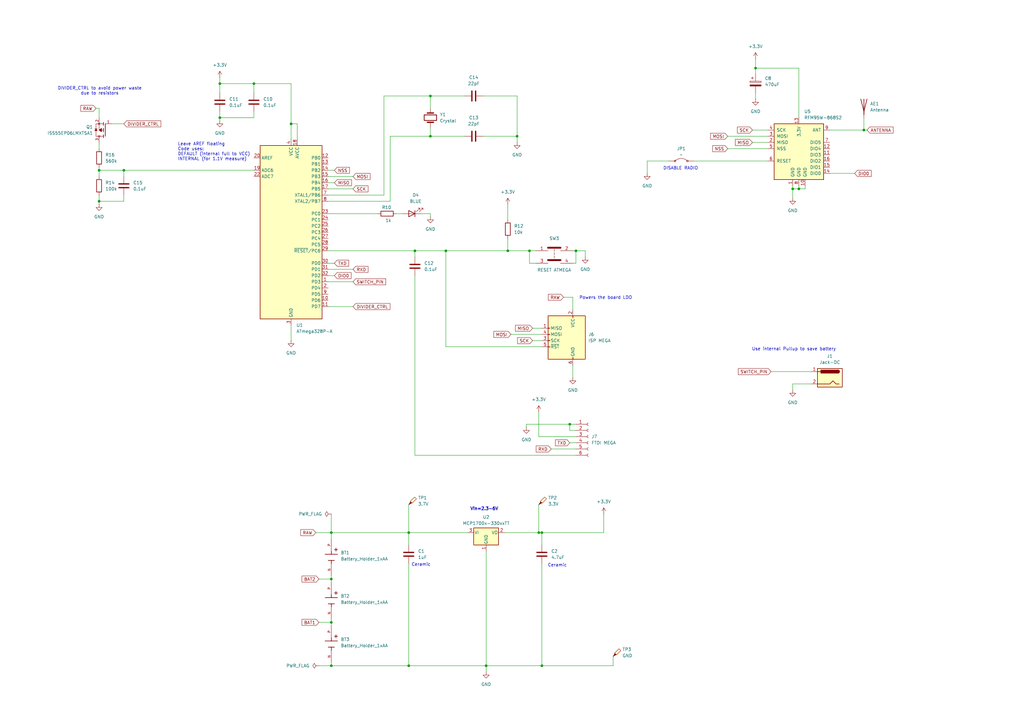
<source format=kicad_sch>
(kicad_sch (version 20250114) (generator "eeschema") (generator_version "9.0")
  (paper "A3")
  (lib_symbols
    (symbol "Connector:AVR-ISP-6" (pin_names (offset 1.016))
      (property "Reference" "J" (at -6.35 11.43 0))
      (property "Value" "AVR-ISP-6" (at 0 11.43 0))
      (symbol "AVR-ISP-6_0_1"
        (rectangle (start -2.667 10.16) (end -2.413 9.398))
        (rectangle (start -2.667 -6.858) (end -2.413 -7.62))
        (rectangle (start 7.62 10.16) (end -7.62 -7.62) (stroke (width 0.254)) (fill (type background)))
        (rectangle (start 7.62 5.207) (end 6.858 4.953))
        (rectangle (start 7.62 2.667) (end 6.858 2.413))
        (rectangle (start 7.62 0.127) (end 6.858 -0.127))
        (rectangle (start 7.62 -2.413) (end 6.858 -2.667))
      )
      (symbol "AVR-ISP-6_1_1"
        (pin passive line (at -2.54 12.7 270) (length 2.54) (name "VCC") (number "2"))
        (pin passive line (at -2.54 -10.16 90) (length 2.54) (name "GND") (number "6"))
        (pin passive line (at 10.16 5.08 180) (length 2.54) (name "MISO") (number "1"))
        (pin passive line (at 10.16 2.54 180) (length 2.54) (name "MOSI") (number "4"))
        (pin passive line (at 10.16 0 180) (length 2.54) (name "SCK") (number "3"))
        (pin passive line (at 10.16 -2.54 180) (length 2.54) (name "~{RST}") (number "5"))
      )
    )
    (symbol "Connector:Conn_01x06_Socket" (pin_names (offset 1.016) (hide yes))
      (property "Reference" "J" (at 0 7.62 0))
      (property "Value" "Conn_01x06_Socket" (at 0 -10.16 0))
      (symbol "Conn_01x06_Socket_1_1"
        (polyline (pts (xy -1.27 5.08) (xy -0.508 5.08)) (stroke (width 0.1524)))
        (polyline (pts (xy -1.27 2.54) (xy -0.508 2.54)) (stroke (width 0.1524)))
        (polyline (pts (xy -1.27 0) (xy -0.508 0)) (stroke (width 0.1524)))
        (polyline (pts (xy -1.27 -2.54) (xy -0.508 -2.54)) (stroke (width 0.1524)))
        (polyline (pts (xy -1.27 -5.08) (xy -0.508 -5.08)) (stroke (width 0.1524)))
        (polyline (pts (xy -1.27 -7.62) (xy -0.508 -7.62)) (stroke (width 0.1524)))
        (arc (start 0 4.572) (mid -0.5058 5.08) (end 0 5.588) (stroke (width 0.1524)))
        (arc (start 0 2.032) (mid -0.5058 2.54) (end 0 3.048) (stroke (width 0.1524)))
        (arc (start 0 -0.508) (mid -0.5058 0) (end 0 0.508) (stroke (width 0.1524)))
        (arc (start 0 -3.048) (mid -0.5058 -2.54) (end 0 -2.032) (stroke (width 0.1524)))
        (arc (start 0 -5.588) (mid -0.5058 -5.08) (end 0 -4.572) (stroke (width 0.1524)))
        (arc (start 0 -8.128) (mid -0.5058 -7.62) (end 0 -7.112) (stroke (width 0.1524)))
        (pin passive line (at -5.08 5.08 0) (length 3.81) (name "Pin_1") (number "1"))
        (pin passive line (at -5.08 2.54 0) (length 3.81) (name "Pin_2") (number "2"))
        (pin passive line (at -5.08 0 0) (length 3.81) (name "Pin_3") (number "3"))
        (pin passive line (at -5.08 -2.54 0) (length 3.81) (name "Pin_4") (number "4"))
        (pin passive line (at -5.08 -5.08 0) (length 3.81) (name "Pin_5") (number "5"))
        (pin passive line (at -5.08 -7.62 0) (length 3.81) (name "Pin_6") (number "6"))
      )
    )
    (symbol "Connector:Jack-DC" (pin_names (offset 1.016))
      (property "Reference" "J" (at 0 5.334 0))
      (property "Value" "Jack-DC" (at 0 -5.08 0))
      (symbol "Jack-DC_0_1"
        (rectangle (start -5.08 3.81) (end 5.08 -3.81) (stroke (width 0.254)) (fill (type background)))
        (polyline (pts (xy -3.81 -2.54) (xy -2.54 -2.54) (xy -1.27 -1.27) (xy 0 -2.54) (xy 2.54 -2.54) (xy 5.08 -2.54)) (stroke (width 0.254)))
        (arc (start -3.302 1.905) (mid -3.9343 2.54) (end -3.302 3.175) (stroke (width 0.254)))
        (arc (start -3.302 1.905) (mid -3.9343 2.54) (end -3.302 3.175) (stroke (width 0.254)) (fill (type outline)))
        (rectangle (start 3.683 3.175) (end -3.302 1.905) (stroke (width 0.254)) (fill (type outline)))
        (polyline (pts (xy 5.08 2.54) (xy 3.81 2.54)) (stroke (width 0.254)))
      )
      (symbol "Jack-DC_1_1"
        (pin passive line (at 7.62 2.54 180) (length 2.54) (name "~") (number "1"))
        (pin passive line (at 7.62 -2.54 180) (length 2.54) (name "~") (number "2"))
      )
    )
    (symbol "Connector:TestPoint_Probe" (pin_numbers (hide yes)) (pin_names (offset 0.762) (hide yes))
      (property "Reference" "TP" (at 1.651 5.842 0))
      (property "Value" "TestPoint_Probe" (at 1.651 4.064 0))
      (symbol "TestPoint_Probe_0_1"
        (polyline (pts (xy 1.27 0.762) (xy 0 0) (xy 0.762 1.27) (xy 1.27 0.762)) (fill (type outline)))
        (polyline (pts (xy 1.397 0.635) (xy 0.635 1.397) (xy 2.413 3.175) (xy 3.175 2.413) (xy 1.397 0.635)) (fill (type background)))
      )
      (symbol "TestPoint_Probe_1_1"
        (pin passive line (at 0 0 90) (length 0) (name "1") (number "1"))
      )
    )
    (symbol "Device:Antenna" (pin_numbers (hide yes)) (pin_names (offset 1.016) (hide yes))
      (property "Reference" "AE" (at -1.905 1.905 0))
      (property "Value" "Antenna" (at -1.905 0 0))
      (symbol "Antenna_0_1"
        (polyline (pts (xy 0 2.54) (xy 0 -3.81)) (stroke (width 0.254)))
        (polyline (pts (xy 1.27 2.54) (xy 0 -2.54) (xy -1.27 2.54)) (stroke (width 0.254)))
      )
      (symbol "Antenna_1_1"
        (pin input line (at 0 -5.08 90) (length 2.54) (name "A") (number "1"))
      )
    )
    (symbol "Device:C" (pin_numbers (hide yes)) (pin_names (offset 0.254))
      (property "Reference" "C" (at 0.635 2.54 0))
      (property "Value" "C" (at 0.635 -2.54 0))
      (symbol "C_0_1"
        (polyline (pts (xy -2.032 0.762) (xy 2.032 0.762)) (stroke (width 0.508)))
        (polyline (pts (xy -2.032 -0.762) (xy 2.032 -0.762)) (stroke (width 0.508)))
      )
      (symbol "C_1_1"
        (pin passive line (at 0 3.81 270) (length 2.794) (name "~") (number "1"))
        (pin passive line (at 0 -3.81 90) (length 2.794) (name "~") (number "2"))
      )
    )
    (symbol "Device:C_Polarized" (pin_numbers (hide yes)) (pin_names (offset 0.254))
      (property "Reference" "C" (at 0.635 2.54 0))
      (property "Value" "C_Polarized" (at 0.635 -2.54 0))
      (symbol "C_Polarized_0_1"
        (rectangle (start -2.286 0.508) (end 2.286 1.016))
        (polyline (pts (xy -1.778 2.286) (xy -0.762 2.286)))
        (polyline (pts (xy -1.27 2.794) (xy -1.27 1.778)))
        (rectangle (start 2.286 -0.508) (end -2.286 -1.016) (fill (type outline)))
      )
      (symbol "C_Polarized_1_1"
        (pin passive line (at 0 3.81 270) (length 2.794) (name "~") (number "1"))
        (pin passive line (at 0 -3.81 90) (length 2.794) (name "~") (number "2"))
      )
    )
    (symbol "Device:Crystal" (pin_numbers (hide yes)) (pin_names (offset 1.016) (hide yes))
      (property "Reference" "Y" (at 0 3.81 0))
      (property "Value" "Crystal" (at 0 -3.81 0))
      (symbol "Crystal_0_1"
        (polyline (pts (xy -2.54 0) (xy -1.905 0)))
        (polyline (pts (xy -1.905 -1.27) (xy -1.905 1.27)) (stroke (width 0.508)))
        (rectangle (start -1.143 2.54) (end 1.143 -2.54) (stroke (width 0.3048)))
        (polyline (pts (xy 1.905 -1.27) (xy 1.905 1.27)) (stroke (width 0.508)))
        (polyline (pts (xy 2.54 0) (xy 1.905 0)))
      )
      (symbol "Crystal_1_1"
        (pin passive line (at -3.81 0 0) (length 1.27) (name "1") (number "1"))
        (pin passive line (at 3.81 0 180) (length 1.27) (name "2") (number "2"))
      )
    )
    (symbol "Device:LED" (pin_numbers (hide yes)) (pin_names (offset 1.016) (hide yes))
      (property "Reference" "D" (at 0 2.54 0))
      (property "Value" "LED" (at 0 -2.54 0))
      (symbol "LED_0_1"
        (polyline (pts (xy -3.048 -0.762) (xy -4.572 -2.286) (xy -3.81 -2.286) (xy -4.572 -2.286) (xy -4.572 -1.524)))
        (polyline (pts (xy -1.778 -0.762) (xy -3.302 -2.286) (xy -2.54 -2.286) (xy -3.302 -2.286) (xy -3.302 -1.524)))
        (polyline (pts (xy -1.27 0) (xy 1.27 0)))
        (polyline (pts (xy -1.27 -1.27) (xy -1.27 1.27)) (stroke (width 0.254)))
        (polyline (pts (xy 1.27 -1.27) (xy 1.27 1.27) (xy -1.27 0) (xy 1.27 -1.27)) (stroke (width 0.254)))
      )
      (symbol "LED_1_1"
        (pin passive line (at -3.81 0 0) (length 2.54) (name "K") (number "1"))
        (pin passive line (at 3.81 0 180) (length 2.54) (name "A") (number "2"))
      )
    )
    (symbol "Device:R" (pin_numbers (hide yes)) (pin_names (offset 0))
      (property "Reference" "R" (at 2.032 0 90))
      (property "Value" "R" (at 0 0 90))
      (symbol "R_0_1"
        (rectangle (start -1.016 -2.54) (end 1.016 2.54) (stroke (width 0.254)))
      )
      (symbol "R_1_1"
        (pin passive line (at 0 3.81 270) (length 1.27) (name "~") (number "1"))
        (pin passive line (at 0 -3.81 90) (length 1.27) (name "~") (number "2"))
      )
    )
    (symbol "MCU_Microchip_ATmega:ATmega328P-A"
      (property "Reference" "U" (at -12.7 36.83 0))
      (property "Value" "ATmega328P-A" (at 2.54 -36.83 0))
      (symbol "ATmega328P-A_0_1"
        (rectangle (start -12.7 -35.56) (end 12.7 35.56) (stroke (width 0.254)) (fill (type background)))
      )
      (symbol "ATmega328P-A_1_1"
        (pin passive line (at -15.24 30.48 0) (length 2.54) (name "AREF") (number "20"))
        (pin input line (at -15.24 25.4 0) (length 2.54) (name "ADC6") (number "19"))
        (pin input line (at -15.24 22.86 0) (length 2.54) (name "ADC7") (number "22"))
        (pin power_in line (at 0 38.1 270) (length 2.54) (name "VCC") (number "4"))
        (pin passive line (at 0 38.1 270) (length 2.54) (hide yes) (name "VCC") (number "6"))
        (pin passive line (at 0 -38.1 90) (length 2.54) (hide yes) (name "GND") (number "21"))
        (pin power_in line (at 0 -38.1 90) (length 2.54) (name "GND") (number "3"))
        (pin passive line (at 0 -38.1 90) (length 2.54) (hide yes) (name "GND") (number "5"))
        (pin power_in line (at 2.54 38.1 270) (length 2.54) (name "AVCC") (number "18"))
        (pin bidirectional line (at 15.24 30.48 180) (length 2.54) (name "PB0") (number "12"))
        (pin bidirectional line (at 15.24 27.94 180) (length 2.54) (name "PB1") (number "13"))
        (pin bidirectional line (at 15.24 25.4 180) (length 2.54) (name "PB2") (number "14"))
        (pin bidirectional line (at 15.24 22.86 180) (length 2.54) (name "PB3") (number "15"))
        (pin bidirectional line (at 15.24 20.32 180) (length 2.54) (name "PB4") (number "16"))
        (pin bidirectional line (at 15.24 17.78 180) (length 2.54) (name "PB5") (number "17"))
        (pin bidirectional line (at 15.24 15.24 180) (length 2.54) (name "XTAL1/PB6") (number "7"))
        (pin bidirectional line (at 15.24 12.7 180) (length 2.54) (name "XTAL2/PB7") (number "8"))
        (pin bidirectional line (at 15.24 7.62 180) (length 2.54) (name "PC0") (number "23"))
        (pin bidirectional line (at 15.24 5.08 180) (length 2.54) (name "PC1") (number "24"))
        (pin bidirectional line (at 15.24 2.54 180) (length 2.54) (name "PC2") (number "25"))
        (pin bidirectional line (at 15.24 0 180) (length 2.54) (name "PC3") (number "26"))
        (pin bidirectional line (at 15.24 -2.54 180) (length 2.54) (name "PC4") (number "27"))
        (pin bidirectional line (at 15.24 -5.08 180) (length 2.54) (name "PC5") (number "28"))
        (pin bidirectional line (at 15.24 -7.62 180) (length 2.54) (name "~{RESET}/PC6") (number "29"))
        (pin bidirectional line (at 15.24 -12.7 180) (length 2.54) (name "PD0") (number "30"))
        (pin bidirectional line (at 15.24 -15.24 180) (length 2.54) (name "PD1") (number "31"))
        (pin bidirectional line (at 15.24 -17.78 180) (length 2.54) (name "PD2") (number "32"))
        (pin bidirectional line (at 15.24 -20.32 180) (length 2.54) (name "PD3") (number "1"))
        (pin bidirectional line (at 15.24 -22.86 180) (length 2.54) (name "PD4") (number "2"))
        (pin bidirectional line (at 15.24 -25.4 180) (length 2.54) (name "PD5") (number "9"))
        (pin bidirectional line (at 15.24 -27.94 180) (length 2.54) (name "PD6") (number "10"))
        (pin bidirectional line (at 15.24 -30.48 180) (length 2.54) (name "PD7") (number "11"))
      )
    )
    (symbol "RF_Module:RFM95W-868S2" (pin_names (offset 1.016))
      (property "Reference" "U" (at -10.414 11.684 0))
      (property "Value" "RFM95W-868S2" (at 1.524 11.43 0))
      (symbol "RFM95W-868S2_0_1"
        (rectangle (start -10.16 10.16) (end 10.16 -12.7) (stroke (width 0.254)) (fill (type background)))
      )
      (symbol "RFM95W-868S2_1_1"
        (pin input line (at -12.7 7.62 0) (length 2.54) (name "SCK") (number "4"))
        (pin input line (at -12.7 5.08 0) (length 2.54) (name "MOSI") (number "3"))
        (pin output line (at -12.7 2.54 0) (length 2.54) (name "MISO") (number "2"))
        (pin input line (at -12.7 0 0) (length 2.54) (name "NSS") (number "5"))
        (pin bidirectional line (at -12.7 -5.08 0) (length 2.54) (name "RESET") (number "6"))
        (pin power_in line (at -2.54 -15.24 90) (length 2.54) (name "GND") (number "1"))
        (pin power_in line (at 0 12.7 270) (length 2.54) (name "3.3V") (number "13"))
        (pin power_in line (at 0 -15.24 90) (length 2.54) (name "GND") (number "8"))
        (pin power_in line (at 2.54 -15.24 90) (length 2.54) (name "GND") (number "10"))
        (pin bidirectional line (at 12.7 7.62 180) (length 2.54) (name "ANT") (number "9"))
        (pin bidirectional line (at 12.7 2.54 180) (length 2.54) (name "DIO5") (number "7"))
        (pin bidirectional line (at 12.7 0 180) (length 2.54) (name "DIO4") (number "12"))
        (pin bidirectional line (at 12.7 -2.54 180) (length 2.54) (name "DIO3") (number "11"))
        (pin bidirectional line (at 12.7 -5.08 180) (length 2.54) (name "DIO2") (number "16"))
        (pin bidirectional line (at 12.7 -7.62 180) (length 2.54) (name "DIO1") (number "15"))
        (pin bidirectional line (at 12.7 -10.16 180) (length 2.54) (name "DIO0") (number "14"))
      )
    )
    (symbol "Regulator_Linear:MCP1700x-330xxTT" (pin_names (offset 0.254))
      (property "Reference" "U" (at -3.81 3.175 0))
      (property "Value" "MCP1700x-330xxTT" (at 0 3.175 0))
      (symbol "MCP1700x-330xxTT_0_1"
        (rectangle (start -5.08 1.905) (end 5.08 -5.08) (stroke (width 0.254)) (fill (type background)))
      )
      (symbol "MCP1700x-330xxTT_1_1"
        (pin power_in line (at -7.62 0 0) (length 2.54) (name "VI") (number "3"))
        (pin power_in line (at 0 -7.62 90) (length 2.54) (name "GND") (number "1"))
        (pin power_out line (at 7.62 0 180) (length 2.54) (name "VO") (number "2"))
      )
    )
    (symbol "boan_devices:Battery_Holder_1xAA" (pin_names (offset 1.016))
      (property "Reference" "BT" (at -3.81 3.81 0))
      (property "Value" "Battery_Holder_1xAA" (at -3.81 -5.08 0))
      (symbol "Battery_Holder_1xAA_0_0"
        (polyline (pts (xy -3.81 1.905) (xy -2.54 1.905)) (stroke (width 0.254)))
        (polyline (pts (xy -3.175 2.54) (xy -3.175 1.27)) (stroke (width 0.254)))
        (polyline (pts (xy -1.27 2.54) (xy -1.27 0)) (stroke (width 0.254)))
        (polyline (pts (xy -1.27 0) (xy -2.54 0)) (stroke (width 0.254)))
        (polyline (pts (xy -1.27 0) (xy -1.27 -2.54)) (stroke (width 0.254)))
        (polyline (pts (xy 1.27 1.27) (xy 1.27 0)) (stroke (width 0.254)))
        (polyline (pts (xy 1.27 0) (xy 1.27 -1.27)) (stroke (width 0.254)))
        (polyline (pts (xy 1.27 0) (xy 2.54 0)) (stroke (width 0.254)))
        (pin passive line (at -7.62 0 0) (length 5.08) (name "~") (number "P"))
        (pin passive line (at 7.62 0 180) (length 5.08) (name "~") (number "N"))
      )
    )
    (symbol "boan_devices:Jumper" (pin_numbers (hide yes)) (pin_names (offset 0) (hide yes))
      (property "Reference" "JP" (at 0 0 0))
      (symbol "Jumper_0_1"
        (circle (center -2.54 0) (radius 0.3672) (fill (type background)))
        (arc (start -2.54 0) (mid 0 1.0521) (end 2.54 0))
        (circle (center 2.54 0) (radius 0.3672) (fill (type background)))
      )
      (symbol "Jumper_1_1"
        (pin passive line (at -5.08 0 0) (length 2.54) (name "1") (number "1"))
        (pin passive line (at 5.08 0 180) (length 2.54) (name "2") (number "2"))
      )
    )
    (symbol "boan_devices:MOSFET_P-CH_ISS55EP06LMXTSA1" (pin_names (offset 1.016))
      (property "Reference" "Q" (at -8.89 3.81 0))
      (property "Value" "MOSFET_P-CH_ISS55EP06LMXTSA1" (at -8.89 -6.35 0))
      (symbol "MOSFET_P-CH_ISS55EP06LMXTSA1_0_0"
        (polyline (pts (xy 0 -2.54) (xy 0 2.54)) (stroke (width 0.254)))
        (polyline (pts (xy 0.762 2.54) (xy 0.762 3.175)) (stroke (width 0.254)))
        (polyline (pts (xy 0.762 1.905) (xy 0.762 2.54)) (stroke (width 0.254)))
        (polyline (pts (xy 0.762 0) (xy 0.762 0.762)) (stroke (width 0.254)))
        (polyline (pts (xy 0.762 0) (xy 2.54 0)) (stroke (width 0.1524)))
        (polyline (pts (xy 0.762 -0.762) (xy 0.762 0)) (stroke (width 0.254)))
        (polyline (pts (xy 0.762 -2.54) (xy 0.762 -1.905)) (stroke (width 0.254)))
        (polyline (pts (xy 0.762 -2.54) (xy 3.81 -2.54)) (stroke (width 0.1524)))
        (polyline (pts (xy 0.762 -3.175) (xy 0.762 -2.54)) (stroke (width 0.254)))
        (polyline (pts (xy 2.54 2.54) (xy 0.762 2.54)) (stroke (width 0.1524)))
        (polyline (pts (xy 2.54 2.54) (xy 3.81 2.54)) (stroke (width 0.1524)))
        (circle (center 2.54 2.54) (radius 0.3592))
        (polyline (pts (xy 2.54 0) (xy 2.54 2.54)) (stroke (width 0.1524)))
        (polyline (pts (xy 2.54 0) (xy 1.524 0.762) (xy 1.524 -0.762) (xy 2.54 0)) (stroke (width 0.1524)) (fill (type outline)))
        (circle (center 2.54 -2.54) (radius 0.3592))
        (polyline (pts (xy 3.302 0.508) (xy 3.81 0.508)) (stroke (width 0.1524)))
        (polyline (pts (xy 3.81 0.508) (xy 3.81 2.54)) (stroke (width 0.1524)))
        (polyline (pts (xy 3.81 0.508) (xy 4.318 0.508)) (stroke (width 0.1524)))
        (polyline (pts (xy 3.81 0.508) (xy 4.318 -0.254) (xy 3.302 -0.254) (xy 3.81 0.508)) (stroke (width 0.1524)) (fill (type outline)))
        (polyline (pts (xy 3.81 -2.54) (xy 3.81 0.508)) (stroke (width 0.1524)))
        (pin passive line (at -2.54 2.54 0) (length 2.54) (name "~") (number "1"))
        (pin passive line (at 2.54 5.08 270) (length 2.54) (name "~") (number "2"))
        (pin passive line (at 2.54 -5.08 90) (length 2.54) (name "~") (number "3"))
      )
    )
    (symbol "boan_devices:tactile_SW"
      (property "Reference" "SW" (at -5.334 5.08 0))
      (symbol "tactile_SW_0_1"
        (polyline (pts (xy -7.62 2.54) (xy -2.54 2.54)) (stroke (width 0.762)))
        (polyline (pts (xy -7.62 -2.54) (xy -2.54 -2.54)) (stroke (width 0.762)))
        (polyline (pts (xy -5.0949 0.9879) (xy -5.0949 1.8985)))
        (polyline (pts (xy -5.0756 -0.3759) (xy -5.0756 0.5347)))
        (polyline (pts (xy -5.0534 -1.7019) (xy -5.0534 -0.7913)))
      )
      (symbol "tactile_SW_1_1"
        (pin passive line (at -12.7 1.27 0) (length 5.08) (name "") (number "1"))
        (pin passive line (at -12.7 -3.81 0) (length 5.08) (name "") (number "3"))
        (pin passive line (at 2.54 1.27 180) (length 5.08) (name "") (number "2"))
        (pin passive line (at 2.54 -3.81 180) (length 5.08) (name "") (number "4"))
      )
    )
    (symbol "power:+3.3V" (power) (pin_numbers (hide yes)) (pin_names (offset 0) (hide yes))
      (property "Value" "+3.3V" (at 0 3.556 0))
      (symbol "+3.3V_0_1"
        (polyline (pts (xy -0.762 1.27) (xy 0 2.54)))
        (polyline (pts (xy 0 2.54) (xy 0.762 1.27)))
        (polyline (pts (xy 0 0) (xy 0 2.54)))
      )
      (symbol "+3.3V_1_1"
        (pin power_in line (at 0 0 90) (length 0) (name "~") (number "1"))
      )
    )
    (symbol "power:GND" (power) (pin_numbers (hide yes)) (pin_names (offset 0) (hide yes))
      (property "Value" "GND" (at 0 -3.81 0))
      (symbol "GND_0_1"
        (polyline (pts (xy 0 0) (xy 0 -1.27) (xy 1.27 -1.27) (xy 0 -2.54) (xy -1.27 -1.27) (xy 0 -1.27)))
      )
      (symbol "GND_1_1"
        (pin power_in line (at 0 0 270) (length 0) (name "~") (number "1"))
      )
    )
    (symbol "power:PWR_FLAG" (power) (pin_numbers (hide yes)) (pin_names (offset 0) (hide yes))
      (property "Value" "PWR_FLAG" (at 0 3.81 0))
      (symbol "PWR_FLAG_0_0"
        (pin power_out line (at 0 0 90) (length 0) (name "~") (number "1"))
      )
      (symbol "PWR_FLAG_0_1"
        (polyline (pts (xy 0 0) (xy 0 1.27) (xy -1.016 1.905) (xy 0 2.54) (xy 1.016 1.905) (xy 0 1.27)))
      )
    )
  )
  (text "DIVIDER_CTRL to avoid power waste\ndue to resistors" (at 40.894 37.338 0) (effects (font (size 1.27 1.27))))
  (text "Ceramic" (at 172.72 231.648 0) (effects (font (size 1.27 1.27))))
  (text "Ceramic" (at 228.6 231.902 0) (effects (font (size 1.27 1.27))))
  (text "Use internal Pullup to save battery" (at 325.628 143.256 0) (effects (font (size 1.27 1.27))))
  (text "Leave AREF floating\nCode uses:\nDEFAULT (internal full to VCC)\nINTERNAL (for 1.1V measure)" (at 72.898 62.23 0) (effects (font (size 1.27 1.27)) (justify left)))
  (text "Vin=2.3-6V" (at 198.628 208.788 0) (effects (font (size 1.27 1.27) (thickness 0.254) (bold yes))))
  (text "DISABLE RADIO" (at 279.146 69.088 0) (effects (font (size 1.27 1.27))))
  (text "Powers the board LDO" (at 248.412 122.174 0) (effects (font (size 1.27 1.27))))
  (junction (at 236.22 102.87))
  (junction (at 90.17 34.29))
  (junction (at 354.33 53.34))
  (junction (at 182.88 102.87))
  (junction (at 135.89 255.27))
  (junction (at 119.38 50.8))
  (junction (at 135.89 273.05))
  (junction (at 176.53 39.37))
  (junction (at 220.98 218.44))
  (junction (at 309.88 27.94))
  (junction (at 217.17 102.87))
  (junction (at 135.89 218.44))
  (junction (at 212.09 55.88))
  (junction (at 222.25 218.44))
  (junction (at 104.14 34.29))
  (junction (at 167.64 218.44))
  (junction (at 135.89 237.49))
  (junction (at 222.25 273.05))
  (junction (at 40.64 82.55))
  (junction (at 325.12 77.47))
  (junction (at 199.39 273.05))
  (junction (at 170.18 102.87))
  (junction (at 40.64 69.85))
  (junction (at 176.53 55.88))
  (junction (at 50.8 69.85))
  (junction (at 208.28 102.87))
  (junction (at 233.68 173.99))
  (junction (at 327.66 77.47))
  (junction (at 90.17 48.26))
  (junction (at 167.64 273.05))
  (wire (pts (xy 104.14 34.29) (xy 90.17 34.29)))
  (wire (pts (xy 170.18 102.87) (xy 182.88 102.87)))
  (wire (pts (xy 176.53 39.37) (xy 176.53 44.45)))
  (wire (pts (xy 134.62 125.73) (xy 144.78 125.73)))
  (wire (pts (xy 199.39 273.05) (xy 199.39 275.59)))
  (wire (pts (xy 134.62 102.87) (xy 170.18 102.87)))
  (wire (pts (xy 182.88 102.87) (xy 182.88 142.24)))
  (wire (pts (xy 134.62 72.39) (xy 144.78 72.39)))
  (wire (pts (xy 208.28 102.87) (xy 217.17 102.87)))
  (wire (pts (xy 170.18 102.87) (xy 170.18 105.41)))
  (wire (pts (xy 90.17 31.75) (xy 90.17 34.29)))
  (wire (pts (xy 222.25 218.44) (xy 222.25 223.52)))
  (wire (pts (xy 251.46 269.24) (xy 251.46 273.05)))
  (wire (pts (xy 134.62 87.63) (xy 154.94 87.63)))
  (wire (pts (xy 330.2 77.47) (xy 330.2 76.2)))
  (wire (pts (xy 325.12 77.47) (xy 325.12 81.28)))
  (wire (pts (xy 207.01 218.44) (xy 220.98 218.44)))
  (wire (pts (xy 119.38 50.8) (xy 119.38 34.29)))
  (wire (pts (xy 208.28 102.87) (xy 208.28 97.79)))
  (wire (pts (xy 40.64 44.45) (xy 40.64 48.26)))
  (wire (pts (xy 40.64 58.42) (xy 40.64 60.96)))
  (wire (pts (xy 119.38 34.29) (xy 104.14 34.29)))
  (wire (pts (xy 212.09 39.37) (xy 212.09 55.88)))
  (wire (pts (xy 240.03 105.41) (xy 240.03 102.87)))
  (wire (pts (xy 220.98 179.07) (xy 220.98 168.91)))
  (wire (pts (xy 309.88 38.1) (xy 309.88 40.64)))
  (wire (pts (xy 129.54 218.44) (xy 135.89 218.44)))
  (wire (pts (xy 40.64 82.55) (xy 50.8 82.55)))
  (wire (pts (xy 316.23 152.4) (xy 332.74 152.4)))
  (wire (pts (xy 167.64 231.14) (xy 167.64 273.05)))
  (wire (pts (xy 327.66 76.2) (xy 327.66 77.47)))
  (wire (pts (xy 354.33 53.34) (xy 355.6 53.34)))
  (wire (pts (xy 284.48 66.04) (xy 314.96 66.04)))
  (wire (pts (xy 167.64 273.05) (xy 199.39 273.05)))
  (wire (pts (xy 354.33 48.26) (xy 354.33 53.34)))
  (wire (pts (xy 50.8 69.85) (xy 104.14 69.85)))
  (wire (pts (xy 90.17 34.29) (xy 90.17 38.1)))
  (wire (pts (xy 176.53 55.88) (xy 176.53 52.07)))
  (wire (pts (xy 157.48 80.01) (xy 157.48 39.37)))
  (wire (pts (xy 191.77 218.44) (xy 167.64 218.44)))
  (wire (pts (xy 236.22 186.69) (xy 170.18 186.69)))
  (wire (pts (xy 309.88 27.94) (xy 327.66 27.94)))
  (wire (pts (xy 234.95 149.86) (xy 234.95 154.94)))
  (wire (pts (xy 40.64 69.85) (xy 50.8 69.85)))
  (wire (pts (xy 119.38 50.8) (xy 121.92 50.8)))
  (wire (pts (xy 222.25 231.14) (xy 222.25 273.05)))
  (wire (pts (xy 135.89 237.49) (xy 135.89 238.76)))
  (wire (pts (xy 135.89 210.82) (xy 135.89 218.44)))
  (wire (pts (xy 325.12 76.2) (xy 325.12 77.47)))
  (wire (pts (xy 325.12 77.47) (xy 327.66 77.47)))
  (wire (pts (xy 90.17 45.72) (xy 90.17 48.26)))
  (wire (pts (xy 298.45 60.96) (xy 314.96 60.96)))
  (wire (pts (xy 135.89 254) (xy 135.89 255.27)))
  (wire (pts (xy 50.8 80.01) (xy 50.8 82.55)))
  (wire (pts (xy 134.62 82.55) (xy 160.02 82.55)))
  (wire (pts (xy 170.18 113.03) (xy 170.18 186.69)))
  (wire (pts (xy 222.25 218.44) (xy 247.65 218.44)))
  (wire (pts (xy 233.68 176.53) (xy 233.68 173.99)))
  (wire (pts (xy 130.81 273.05) (xy 135.89 273.05)))
  (wire (pts (xy 135.89 273.05) (xy 167.64 273.05)))
  (wire (pts (xy 134.62 107.95) (xy 137.16 107.95)))
  (wire (pts (xy 327.66 77.47) (xy 330.2 77.47)))
  (wire (pts (xy 222.25 134.62) (xy 218.44 134.62)))
  (wire (pts (xy 130.81 237.49) (xy 135.89 237.49)))
  (wire (pts (xy 247.65 218.44) (xy 247.65 210.82)))
  (wire (pts (xy 220.98 207.01) (xy 220.98 218.44)))
  (wire (pts (xy 157.48 39.37) (xy 176.53 39.37)))
  (wire (pts (xy 309.88 24.13) (xy 309.88 27.94)))
  (wire (pts (xy 167.64 218.44) (xy 167.64 207.01)))
  (wire (pts (xy 233.68 173.99) (xy 215.9 173.99)))
  (wire (pts (xy 160.02 55.88) (xy 176.53 55.88)))
  (wire (pts (xy 50.8 69.85) (xy 50.8 72.39)))
  (wire (pts (xy 134.62 69.85) (xy 137.16 69.85)))
  (wire (pts (xy 220.98 218.44) (xy 222.25 218.44)))
  (wire (pts (xy 222.25 139.7) (xy 218.44 139.7)))
  (wire (pts (xy 134.62 110.49) (xy 144.78 110.49)))
  (wire (pts (xy 40.64 68.58) (xy 40.64 69.85)))
  (wire (pts (xy 222.25 137.16) (xy 209.55 137.16)))
  (wire (pts (xy 222.25 273.05) (xy 251.46 273.05)))
  (wire (pts (xy 134.62 74.93) (xy 137.16 74.93)))
  (wire (pts (xy 119.38 133.35) (xy 119.38 139.7)))
  (wire (pts (xy 332.74 157.48) (xy 325.12 157.48)))
  (wire (pts (xy 160.02 82.55) (xy 160.02 55.88)))
  (wire (pts (xy 134.62 113.03) (xy 137.16 113.03)))
  (wire (pts (xy 135.89 236.22) (xy 135.89 237.49)))
  (wire (pts (xy 40.64 72.39) (xy 40.64 69.85)))
  (wire (pts (xy 215.9 173.99) (xy 215.9 175.26)))
  (wire (pts (xy 219.71 107.95) (xy 217.17 107.95)))
  (wire (pts (xy 265.43 66.04) (xy 265.43 71.12)))
  (wire (pts (xy 167.64 218.44) (xy 167.64 223.52)))
  (wire (pts (xy 90.17 48.26) (xy 90.17 49.53)))
  (wire (pts (xy 104.14 34.29) (xy 104.14 38.1)))
  (wire (pts (xy 182.88 102.87) (xy 208.28 102.87)))
  (wire (pts (xy 226.06 184.15) (xy 236.22 184.15)))
  (wire (pts (xy 234.95 102.87) (xy 236.22 102.87)))
  (wire (pts (xy 40.64 80.01) (xy 40.64 82.55)))
  (wire (pts (xy 130.81 255.27) (xy 135.89 255.27)))
  (wire (pts (xy 135.89 255.27) (xy 135.89 256.54)))
  (wire (pts (xy 176.53 87.63) (xy 176.53 88.9)))
  (wire (pts (xy 234.95 121.92) (xy 234.95 127)))
  (wire (pts (xy 135.89 271.78) (xy 135.89 273.05)))
  (wire (pts (xy 119.38 57.15) (xy 119.38 50.8)))
  (wire (pts (xy 172.72 87.63) (xy 176.53 87.63)))
  (wire (pts (xy 309.88 27.94) (xy 309.88 30.48)))
  (wire (pts (xy 39.37 44.45) (xy 40.64 44.45)))
  (wire (pts (xy 134.62 115.57) (xy 144.78 115.57)))
  (wire (pts (xy 274.32 66.04) (xy 265.43 66.04)))
  (wire (pts (xy 217.17 107.95) (xy 217.17 102.87)))
  (wire (pts (xy 135.89 218.44) (xy 135.89 220.98)))
  (wire (pts (xy 135.89 218.44) (xy 167.64 218.44)))
  (wire (pts (xy 104.14 48.26) (xy 90.17 48.26)))
  (wire (pts (xy 308.61 58.42) (xy 314.96 58.42)))
  (wire (pts (xy 121.92 57.15) (xy 121.92 50.8)))
  (wire (pts (xy 236.22 102.87) (xy 236.22 107.95)))
  (wire (pts (xy 212.09 55.88) (xy 212.09 58.42)))
  (wire (pts (xy 222.25 273.05) (xy 199.39 273.05)))
  (wire (pts (xy 233.68 181.61) (xy 236.22 181.61)))
  (wire (pts (xy 198.12 39.37) (xy 212.09 39.37)))
  (wire (pts (xy 236.22 173.99) (xy 233.68 173.99)))
  (wire (pts (xy 236.22 102.87) (xy 240.03 102.87)))
  (wire (pts (xy 325.12 157.48) (xy 325.12 160.02)))
  (wire (pts (xy 176.53 55.88) (xy 190.5 55.88)))
  (wire (pts (xy 199.39 226.06) (xy 199.39 273.05)))
  (wire (pts (xy 327.66 27.94) (xy 327.66 48.26)))
  (wire (pts (xy 182.88 142.24) (xy 222.25 142.24)))
  (wire (pts (xy 231.14 121.92) (xy 234.95 121.92)))
  (wire (pts (xy 236.22 176.53) (xy 233.68 176.53)))
  (wire (pts (xy 45.72 50.8) (xy 50.8 50.8)))
  (wire (pts (xy 354.33 53.34) (xy 340.36 53.34)))
  (wire (pts (xy 340.36 71.12) (xy 350.52 71.12)))
  (wire (pts (xy 162.56 87.63) (xy 165.1 87.63)))
  (wire (pts (xy 176.53 39.37) (xy 190.5 39.37)))
  (wire (pts (xy 104.14 45.72) (xy 104.14 48.26)))
  (wire (pts (xy 234.95 107.95) (xy 236.22 107.95)))
  (wire (pts (xy 134.62 80.01) (xy 157.48 80.01)))
  (wire (pts (xy 236.22 179.07) (xy 220.98 179.07)))
  (wire (pts (xy 134.62 77.47) (xy 144.78 77.47)))
  (wire (pts (xy 40.64 82.55) (xy 40.64 83.82)))
  (wire (pts (xy 308.61 53.34) (xy 314.96 53.34)))
  (wire (pts (xy 198.12 55.88) (xy 212.09 55.88)))
  (wire (pts (xy 217.17 102.87) (xy 219.71 102.87)))
  (wire (pts (xy 208.28 83.82) (xy 208.28 90.17)))
  (wire (pts (xy 298.45 55.88) (xy 314.96 55.88)))
  (global_label "MOSI" (shape input) (at 144.78 72.39 0) (property "Intersheetrefs" "${INTERSHEET_REFS}" (effects (hide yes))))
  (global_label "MOSI" (shape input) (at 298.45 55.88 180) (property "Intersheetrefs" "${INTERSHEET_REFS}" (effects (hide yes))))
  (global_label "RXD" (shape input) (at 226.06 184.15 180) (property "Intersheetrefs" "${INTERSHEET_REFS}" (effects (hide yes))))
  (global_label "SWITCH_PIN" (shape input) (at 316.23 152.4 180) (property "Intersheetrefs" "${INTERSHEET_REFS}" (effects (hide yes))))
  (global_label "DIVIDER_CTRL" (shape input) (at 50.8 50.8 0) (property "Intersheetrefs" "${INTERSHEET_REFS}" (effects (hide yes))))
  (global_label "NSS" (shape input) (at 298.45 60.96 180) (property "Intersheetrefs" "${INTERSHEET_REFS}" (effects (hide yes))))
  (global_label "MISO" (shape input) (at 308.61 58.42 180) (property "Intersheetrefs" "${INTERSHEET_REFS}" (effects (hide yes))))
  (global_label "ANTENNA" (shape input) (at 355.6 53.34 0) (property "Intersheetrefs" "${INTERSHEET_REFS}" (effects (hide yes))))
  (global_label "RXD" (shape input) (at 144.78 110.49 0) (property "Intersheetrefs" "${INTERSHEET_REFS}" (effects (hide yes))))
  (global_label "NSS" (shape input) (at 137.16 69.85 0) (property "Intersheetrefs" "${INTERSHEET_REFS}" (effects (hide yes))))
  (global_label "DIO0" (shape input) (at 350.52 71.12 0) (property "Intersheetrefs" "${INTERSHEET_REFS}" (effects (hide yes))))
  (global_label "SWITCH_PIN" (shape input) (at 144.78 115.57 0) (property "Intersheetrefs" "${INTERSHEET_REFS}" (effects (hide yes))))
  (global_label "RAW" (shape input) (at 231.14 121.92 180) (property "Intersheetrefs" "${INTERSHEET_REFS}" (effects (hide yes))))
  (global_label "RAW" (shape input) (at 39.37 44.45 180) (property "Intersheetrefs" "${INTERSHEET_REFS}" (effects (hide yes))))
  (global_label "BAT2" (shape input) (at 130.81 237.49 180) (property "Intersheetrefs" "${INTERSHEET_REFS}" (effects (hide yes))))
  (global_label "MOSI" (shape input) (at 209.55 137.16 180) (property "Intersheetrefs" "${INTERSHEET_REFS}" (effects (hide yes))))
  (global_label "MISO" (shape input) (at 137.16 74.93 0) (property "Intersheetrefs" "${INTERSHEET_REFS}" (effects (hide yes))))
  (global_label "SCK" (shape input) (at 218.44 139.7 180) (property "Intersheetrefs" "${INTERSHEET_REFS}" (effects (hide yes))))
  (global_label "DIO0" (shape input) (at 137.16 113.03 0) (property "Intersheetrefs" "${INTERSHEET_REFS}" (effects (hide yes))))
  (global_label "TXD" (shape input) (at 137.16 107.95 0) (property "Intersheetrefs" "${INTERSHEET_REFS}" (effects (hide yes))))
  (global_label "DIVIDER_CTRL" (shape input) (at 144.78 125.73 0) (property "Intersheetrefs" "${INTERSHEET_REFS}" (effects (hide yes))))
  (global_label "SCK" (shape input) (at 144.78 77.47 0) (property "Intersheetrefs" "${INTERSHEET_REFS}" (effects (hide yes))))
  (global_label "TXD" (shape input) (at 233.68 181.61 180) (property "Intersheetrefs" "${INTERSHEET_REFS}" (effects (hide yes))))
  (global_label "SCK" (shape input) (at 308.61 53.34 180) (property "Intersheetrefs" "${INTERSHEET_REFS}" (effects (hide yes))))
  (global_label "RAW" (shape input) (at 129.54 218.44 180) (property "Intersheetrefs" "${INTERSHEET_REFS}" (effects (hide yes))))
  (global_label "MISO" (shape input) (at 218.44 134.62 180) (property "Intersheetrefs" "${INTERSHEET_REFS}" (effects (hide yes))))
  (global_label "BAT1" (shape input) (at 130.81 255.27 180) (property "Intersheetrefs" "${INTERSHEET_REFS}" (effects (hide yes))))
  (symbol (lib_id "Device:C") (at 222.25 227.33 0) (unit 1)
    (property "Reference" "C2" (at 226.06 226.0599 0) (effects (justify left)))
    (property "Value" "4.7uF" (at 226.06 228.5999 0) (effects (justify left)))
    (property "Footprint" "Capacitor_SMD:C_0805_2012Metric_Pad1.18x1.45mm_HandSolder" (effects (hide yes)))
    (property "Description" "Unpolarized capacitor" (effects (hide yes)))
  )
  (symbol (lib_id "power:GND") (at 309.88 40.64 0) (unit 1)
    (property "Reference" "#PWR025" (effects (hide yes)))
    (property "Value" "GND" (at 309.88 45.72 0))
    (property "Description" "Power symbol creates a global label with name \"GND\" , ground" (effects (hide yes)))
  )
  (symbol (lib_id "Device:C") (at 104.14 41.91 0) (unit 1)
    (property "Reference" "C10" (at 107.95 40.6399 0) (effects (justify left)))
    (property "Value" "0.1uF" (at 107.95 43.1799 0) (effects (justify left)))
    (property "Footprint" "Capacitor_SMD:C_0805_2012Metric_Pad1.18x1.45mm_HandSolder" (effects (hide yes)))
    (property "Description" "Unpolarized capacitor" (effects (hide yes)))
  )
  (symbol (lib_id "power:GND") (at 325.12 81.28 0) (unit 1)
    (property "Reference" "#PWR026" (effects (hide yes)))
    (property "Value" "GND" (at 325.12 86.36 0))
    (property "Description" "Power symbol creates a global label with name \"GND\" , ground" (effects (hide yes)))
  )
  (symbol (lib_id "power:PWR_FLAG") (at 130.81 273.05 90) (unit 1)
    (property "Reference" "#FLG03" (effects (hide yes)))
    (property "Value" "PWR_FLAG" (at 127 273.0499 90) (effects (justify left)))
    (property "Description" "Special symbol for telling ERC where power comes from" (effects (hide yes)))
  )
  (symbol (lib_id "Device:C") (at 90.17 41.91 0) (unit 1)
    (property "Reference" "C11" (at 93.98 40.6399 0) (effects (justify left)))
    (property "Value" "0.1uF" (at 93.98 43.1799 0) (effects (justify left)))
    (property "Footprint" "Capacitor_SMD:C_0805_2012Metric_Pad1.18x1.45mm_HandSolder" (effects (hide yes)))
    (property "Description" "Unpolarized capacitor" (effects (hide yes)))
  )
  (symbol (lib_id "power:GND") (at 215.9 175.26 0) (unit 1)
    (property "Reference" "#PWR035" (effects (hide yes)))
    (property "Value" "GND" (at 215.9 180.34 0))
    (property "Description" "Power symbol creates a global label with name \"GND\" , ground" (effects (hide yes)))
  )
  (symbol (lib_id "Connector:AVR-ISP-6") (at 232.41 139.7 0) (mirror y) (unit 1)
    (property "Reference" "J6" (at 241.3 137.1599 0) (effects (justify right)))
    (property "Value" "ISP MEGA" (at 241.3 139.6999 0) (effects (justify right)))
    (property "Footprint" "boan_devices:AVR ISP 6p" (effects (hide yes)))
    (property "Description" "Atmel 6-pin ISP connector" (effects (hide yes)))
  )
  (symbol (lib_id "power:GND") (at 40.64 83.82 0) (unit 1)
    (property "Reference" "#PWR032" (effects (hide yes)))
    (property "Value" "GND" (at 40.64 88.9 0))
    (property "Description" "Power symbol creates a global label with name \"GND\" , ground" (effects (hide yes)))
  )
  (symbol (lib_id "Device:Antenna") (at 354.33 43.18 0) (unit 1)
    (property "Reference" "AE1" (at 356.87 42.5449 0) (effects (justify left)))
    (property "Value" "Antenna" (at 356.87 45.0849 0) (effects (justify left)))
    (property "Footprint" "boan_devices:Antenna 868MHz" (effects (hide yes)))
    (property "Description" "Antenna" (effects (hide yes)))
  )
  (symbol (lib_id "Connector:Conn_01x06_Socket") (at 241.3 179.07 0) (unit 1)
    (property "Reference" "J7" (at 242.57 179.0699 0) (effects (justify left)))
    (property "Value" "FTDI MEGA" (at 242.57 181.6099 0) (effects (justify left)))
    (property "Footprint" "boan_devices:FTDI 6p" (effects (hide yes)))
    (property "Description" "Generic connector, single row, 01x06, script generated" (effects (hide yes)))
  )
  (symbol (lib_id "power:GND") (at 234.95 154.94 0) (mirror y) (unit 1)
    (property "Reference" "#PWR028" (effects (hide yes)))
    (property "Value" "GND" (at 234.95 160.02 0))
    (property "Description" "Power symbol creates a global label with name \"GND\" , ground" (effects (hide yes)))
  )
  (symbol (lib_id "Regulator_Linear:MCP1700x-330xxTT") (at 199.39 218.44 0) (unit 1)
    (property "Reference" "U2" (at 199.39 212.09 0))
    (property "Value" "MCP1700x-330xxTT" (at 199.39 214.63 0))
    (property "Footprint" "Package_TO_SOT_SMD:SOT-23_Handsoldering" (effects (hide yes)))
    (property "Datasheet" "http://ww1.microchip.com/downloads/en/DeviceDoc/20001826D.pdf" (effects (hide yes)))
    (property "Description" "250mA Low Quiscent Current LDO, 3.3V output, SOT-23" (effects (hide yes)))
  )
  (symbol (lib_id "Connector:TestPoint_Probe") (at 167.64 207.01 0) (unit 1)
    (property "Reference" "TP1" (at 171.45 204.1524 0) (effects (justify left)))
    (property "Value" "3.7V" (at 171.45 206.6924 0) (effects (justify left)))
    (property "Footprint" "Connector_Pin:Pin_D1.0mm_L10.0mm" (effects (hide yes)))
    (property "Description" "test point (alternative probe-style design)" (effects (hide yes)))
  )
  (symbol (lib_id "Device:C_Polarized") (at 309.88 34.29 0) (unit 1)
    (property "Reference" "C8" (at 313.69 32.1309 0) (effects (justify left)))
    (property "Value" "470uF" (at 313.69 34.6709 0) (effects (justify left)))
    (property "Footprint" "Capacitor_SMD:CP_Elec_10x10.5" (effects (hide yes)))
    (property "Description" "Polarized capacitor" (effects (hide yes)))
  )
  (symbol (lib_id "power:GND") (at 176.53 88.9 0) (unit 1)
    (property "Reference" "#PWR036" (effects (hide yes)))
    (property "Value" "GND" (at 176.53 93.98 0))
    (property "Description" "Power symbol creates a global label with name \"GND\" , ground" (effects (hide yes)))
  )
  (symbol (lib_id "power:GND") (at 325.12 160.02 0) (unit 1)
    (property "Reference" "#PWR029" (effects (hide yes)))
    (property "Value" "GND" (at 325.12 165.1 0))
    (property "Description" "Power symbol creates a global label with name \"GND\" , ground" (effects (hide yes)))
  )
  (symbol (lib_id "Device:C") (at 167.64 227.33 0) (unit 1)
    (property "Reference" "C1" (at 171.45 226.0599 0) (effects (justify left)))
    (property "Value" "1uF" (at 171.45 228.5999 0) (effects (justify left)))
    (property "Footprint" "Capacitor_SMD:C_0805_2012Metric_Pad1.18x1.45mm_HandSolder" (effects (hide yes)))
    (property "Description" "Unpolarized capacitor" (effects (hide yes)))
  )
  (symbol (lib_id "power:PWR_FLAG") (at 135.89 210.82 90) (unit 1)
    (property "Reference" "#FLG02" (effects (hide yes)))
    (property "Value" "PWR_FLAG" (at 132.08 210.8199 90) (effects (justify left)))
    (property "Description" "Special symbol for telling ERC where power comes from" (effects (hide yes)))
  )
  (symbol (lib_id "power:GND") (at 119.38 139.7 0) (unit 1)
    (property "Reference" "#PWR041" (effects (hide yes)))
    (property "Value" "GND" (at 119.38 144.78 0))
    (property "Description" "Power symbol creates a global label with name \"GND\" , ground" (effects (hide yes)))
  )
  (symbol (lib_id "Device:C") (at 170.18 109.22 0) (unit 1)
    (property "Reference" "C12" (at 173.99 107.9499 0) (effects (justify left)))
    (property "Value" "0.1uF" (at 173.99 110.4899 0) (effects (justify left)))
    (property "Footprint" "Capacitor_SMD:C_0805_2012Metric_Pad1.18x1.45mm_HandSolder" (effects (hide yes)))
    (property "Description" "Unpolarized capacitor" (effects (hide yes)))
  )
  (symbol (lib_id "power:+3.3V") (at 309.88 24.13 0) (unit 1)
    (property "Reference" "#PWR024" (effects (hide yes)))
    (property "Value" "+3.3V" (at 309.88 19.05 0))
    (property "Description" "Power symbol creates a global label with name \"+3.3V\"" (effects (hide yes)))
  )
  (symbol (lib_id "power:GND") (at 212.09 58.42 0) (unit 1)
    (property "Reference" "#PWR030" (effects (hide yes)))
    (property "Value" "GND" (at 212.09 63.5 0))
    (property "Description" "Power symbol creates a global label with name \"GND\" , ground" (effects (hide yes)))
  )
  (symbol (lib_id "power:+3.3V") (at 220.98 168.91 0) (unit 1)
    (property "Reference" "#PWR034" (effects (hide yes)))
    (property "Value" "+3.3V" (at 220.98 163.83 0))
    (property "Description" "Power symbol creates a global label with name \"+3.3V\"" (effects (hide yes)))
  )
  (symbol (lib_id "power:+3.3V") (at 90.17 31.75 0) (unit 1)
    (property "Reference" "#PWR033" (effects (hide yes)))
    (property "Value" "+3.3V" (at 90.17 26.67 0))
    (property "Description" "Power symbol creates a global label with name \"+3.3V\"" (effects (hide yes)))
  )
  (symbol (lib_id "Device:R") (at 40.64 76.2 180) (unit 1)
    (property "Reference" "R14" (at 43.18 74.9299 0) (effects (justify right)))
    (property "Value" "100k" (at 43.18 77.4699 0) (effects (justify right)))
    (property "Footprint" "Resistor_SMD:R_0805_2012Metric_Pad1.20x1.40mm_HandSolder" (effects (hide yes)))
    (property "Description" "Resistor" (effects (hide yes)))
  )
  (symbol (lib_id "boan_devices:MOSFET_P-CH_ISS55EP06LMXTSA1") (at 43.18 53.34 0) (mirror y) (unit 1)
    (property "Reference" "Q1" (at 38.1 52.0699 0) (effects (justify left)))
    (property "Value" "ISS55EP06LMXTSA1" (at 38.1 54.6099 0) (effects (justify left)))
    (property "Footprint" "Package_TO_SOT_SMD:SOT-23_Handsoldering" (effects (hide yes)))
    (property "Description" "P-Channel 60V 300mA _Ta_ 360W _Ta_ Surface Mount PG-SOT23-3-5" (effects (hide yes)))
    (property "MF" "Infineon Technologies" (effects (hide yes)))
    (property "PACKAGE" "SC-59 Infineon Technologies" (effects (hide yes)))
    (property "PRICE" "None" (effects (hide yes)))
    (property "MP" "ISS17EP06LMXTSA1" (effects (hide yes)))
    (property "AVAILABILITY" "Unavailable" (effects (hide yes)))
  )
  (symbol (lib_id "boan_devices:Jumper") (at 279.4 66.04 0) (unit 1)
    (property "Reference" "JP1" (at 279.4 60.96 0))
    (property "Value" "~" (at 279.4 63.5 0))
    (property "Footprint" "boan_devices:Jumper 2p" (effects (hide yes)))
  )
  (symbol (lib_id "power:GND") (at 90.17 49.53 0) (unit 1)
    (property "Reference" "#PWR031" (effects (hide yes)))
    (property "Value" "GND" (at 90.17 54.61 0))
    (property "Description" "Power symbol creates a global label with name \"GND\" , ground" (effects (hide yes)))
  )
  (symbol (lib_id "MCU_Microchip_ATmega:ATmega328P-A") (at 119.38 95.25 0) (unit 1)
    (property "Reference" "U1" (at 121.5233 133.35 0) (effects (justify left)))
    (property "Value" "ATmega328P-A" (at 121.5233 135.89 0) (effects (justify left)))
    (property "Footprint" "Package_QFP:TQFP-32_7x7mm_P0.8mm" (effects (hide yes)))
    (property "Datasheet" "http://ww1.microchip.com/downloads/en/DeviceDoc/ATmega328_P%20AVR%20MCU%20with%20picoPower%20Technology%20Data%20Sheet%2040001984A.pdf" (effects (hide yes)))
    (property "Description" "20MHz, 32kB Flash, 2kB SRAM, 1kB EEPROM, TQFP-32" (effects (hide yes)))
  )
  (symbol (lib_id "boan_devices:tactile_SW") (at 232.41 104.14 0) (unit 1)
    (property "Reference" "SW3" (at 227.33 97.79 0))
    (property "Value" "RESET ATMEGA" (at 227.33 110.744 0))
    (property "Footprint" "boan_devices:tactile smd 13019319" (effects (hide yes)))
  )
  (symbol (lib_id "Device:C") (at 194.31 55.88 90) (unit 1)
    (property "Reference" "C13" (at 194.31 48.26 90))
    (property "Value" "22pF" (at 194.31 50.8 90))
    (property "Footprint" "Capacitor_SMD:C_0805_2012Metric_Pad1.18x1.45mm_HandSolder" (effects (hide yes)))
    (property "Description" "Unpolarized capacitor" (effects (hide yes)))
  )
  (symbol (lib_id "power:+3.3V") (at 208.28 83.82 0) (unit 1)
    (property "Reference" "#PWR039" (effects (hide yes)))
    (property "Value" "+3.3V" (at 208.28 78.74 0))
    (property "Description" "Power symbol creates a global label with name \"+3.3V\"" (effects (hide yes)))
  )
  (symbol (lib_id "boan_devices:Battery_Holder_1xAA") (at 135.89 228.6 270) (unit 1)
    (property "Reference" "BT1" (at 139.7 226.6949 90) (effects (justify left)))
    (property "Value" "Battery_Holder_1xAA" (at 139.7 229.2349 90) (effects (justify left)))
    (property "Footprint" "boan_devices:Battery Holder 1xAA" (effects (hide yes)))
    (property "PARTREV" "C" (effects (hide yes)))
    (property "STANDARD" "Manufacturer Recommendations" (effects (hide yes)))
    (property "SNAPEDA_PN" "1028" (effects (hide yes)))
    (property "MAXIMUM_PACKAGE_HEIGHT" "15.49mm" (effects (hide yes)))
    (property "MANUFACTURER" "Keystone" (effects (hide yes)))
  )
  (symbol (lib_id "power:GND") (at 265.43 71.12 0) (unit 1)
    (property "Reference" "#PWR027" (effects (hide yes)))
    (property "Value" "GND" (at 265.43 76.2 0))
    (property "Description" "Power symbol creates a global label with name \"GND\" , ground" (effects (hide yes)))
  )
  (symbol (lib_id "Device:LED") (at 168.91 87.63 180) (unit 1)
    (property "Reference" "D4" (at 170.4975 80.01 0))
    (property "Value" "BLUE" (at 170.4975 82.55 0))
    (property "Footprint" "LED_SMD:LED_0805_2012Metric_Pad1.15x1.40mm_HandSolder" (effects (hide yes)))
    (property "Description" "Light emitting diode" (effects (hide yes)))
    (property "Sim.Pins" "1=K 2=A" (effects (hide yes)))
  )
  (symbol (lib_id "boan_devices:Battery_Holder_1xAA") (at 135.89 264.16 270) (unit 1)
    (property "Reference" "BT3" (at 139.7 262.2549 90) (effects (justify left)))
    (property "Value" "Battery_Holder_1xAA" (at 139.7 264.7949 90) (effects (justify left)))
    (property "Footprint" "boan_devices:Battery Holder 1xAA" (effects (hide yes)))
    (property "PARTREV" "C" (effects (hide yes)))
    (property "STANDARD" "Manufacturer Recommendations" (effects (hide yes)))
    (property "SNAPEDA_PN" "1028" (effects (hide yes)))
    (property "MAXIMUM_PACKAGE_HEIGHT" "15.49mm" (effects (hide yes)))
    (property "MANUFACTURER" "Keystone" (effects (hide yes)))
  )
  (symbol (lib_id "Device:Crystal") (at 176.53 48.26 90) (unit 1)
    (property "Reference" "Y1" (at 180.34 46.9899 90) (effects (justify right)))
    (property "Value" "Crystal" (at 180.34 49.5299 90) (effects (justify right)))
    (property "Footprint" "boan_devices:Crystal SMD FOXSDLF08020" (effects (hide yes)))
    (property "Description" "Two pin crystal" (effects (hide yes)))
  )
  (symbol (lib_id "power:+3.3V") (at 247.65 210.82 0) (unit 1)
    (property "Reference" "#PWR02" (effects (hide yes)))
    (property "Value" "+3.3V" (at 247.65 205.74 0))
    (property "Description" "Power symbol creates a global label with name \"+3.3V\"" (effects (hide yes)))
  )
  (symbol (lib_id "power:GND") (at 240.03 105.41 0) (unit 1)
    (property "Reference" "#PWR040" (effects (hide yes)))
    (property "Value" "GND" (at 240.03 110.49 0))
    (property "Description" "Power symbol creates a global label with name \"GND\" , ground" (effects (hide yes)))
  )
  (symbol (lib_id "Device:C") (at 194.31 39.37 90) (unit 1)
    (property "Reference" "C14" (at 194.31 31.75 90))
    (property "Value" "22pF" (at 194.31 34.29 90))
    (property "Footprint" "Capacitor_SMD:C_0805_2012Metric_Pad1.18x1.45mm_HandSolder" (effects (hide yes)))
    (property "Description" "Unpolarized capacitor" (effects (hide yes)))
  )
  (symbol (lib_id "power:GND") (at 199.39 275.59 0) (unit 1)
    (property "Reference" "#PWR01" (effects (hide yes)))
    (property "Value" "GND" (at 199.39 280.67 0))
    (property "Description" "Power symbol creates a global label with name \"GND\" , ground" (effects (hide yes)))
  )
  (symbol (lib_id "Connector:TestPoint_Probe") (at 220.98 207.01 0) (unit 1)
    (property "Reference" "TP2" (at 224.79 204.1524 0) (effects (justify left)))
    (property "Value" "3.3V" (at 224.79 206.6924 0) (effects (justify left)))
    (property "Footprint" "Connector_Pin:Pin_D1.0mm_L10.0mm" (effects (hide yes)))
    (property "Description" "test point (alternative probe-style design)" (effects (hide yes)))
  )
  (symbol (lib_id "Device:C") (at 50.8 76.2 0) (unit 1)
    (property "Reference" "C15" (at 54.61 74.9299 0) (effects (justify left)))
    (property "Value" "0.1uF" (at 54.61 77.4699 0) (effects (justify left)))
    (property "Footprint" "Capacitor_SMD:C_0805_2012Metric_Pad1.18x1.45mm_HandSolder" (effects (hide yes)))
    (property "Description" "Unpolarized capacitor" (effects (hide yes)))
  )
  (symbol (lib_id "RF_Module:RFM95W-868S2") (at 327.66 60.96 0) (unit 1)
    (property "Reference" "U5" (at 329.8033 45.72 0) (effects (justify left)))
    (property "Value" "RFM95W-868S2" (at 329.8033 48.26 0) (effects (justify left)))
    (property "Footprint" "boan_devices:HOPERF_RFM9XW_SMD" (effects (hide yes)))
    (property "Datasheet" "https://www.hoperf.com/data/upload/portal/20181127/5bfcbea20e9ef.pdf" (effects (hide yes)))
    (property "Description" "Low power long range transceiver module, SPI and parallel interface, 868 MHz, spreading factor 6 to12, bandwidth 7.8 to 500kHz, -111 to -148 dBm, SMD-16, DIP-16" (effects (hide yes)))
  )
  (symbol (lib_id "Device:R") (at 40.64 64.77 180) (unit 1)
    (property "Reference" "R16" (at 43.18 63.4999 0) (effects (justify right)))
    (property "Value" "560k" (at 43.18 66.0399 0) (effects (justify right)))
    (property "Footprint" "Resistor_SMD:R_0805_2012Metric_Pad1.20x1.40mm_HandSolder" (effects (hide yes)))
    (property "Description" "Resistor" (effects (hide yes)))
  )
  (symbol (lib_id "boan_devices:Battery_Holder_1xAA") (at 135.89 246.38 270) (unit 1)
    (property "Reference" "BT2" (at 139.7 244.4749 90) (effects (justify left)))
    (property "Value" "Battery_Holder_1xAA" (at 139.7 247.0149 90) (effects (justify left)))
    (property "Footprint" "boan_devices:Battery Holder 1xAA" (effects (hide yes)))
    (property "PARTREV" "C" (effects (hide yes)))
    (property "STANDARD" "Manufacturer Recommendations" (effects (hide yes)))
    (property "SNAPEDA_PN" "1028" (effects (hide yes)))
    (property "MAXIMUM_PACKAGE_HEIGHT" "15.49mm" (effects (hide yes)))
    (property "MANUFACTURER" "Keystone" (effects (hide yes)))
  )
  (symbol (lib_id "Connector:TestPoint_Probe") (at 251.46 269.24 0) (unit 1)
    (property "Reference" "TP3" (at 255.27 266.3824 0) (effects (justify left)))
    (property "Value" "GND" (at 255.27 268.9224 0) (effects (justify left)))
    (property "Footprint" "Connector_Pin:Pin_D1.0mm_L10.0mm" (effects (hide yes)))
    (property "Description" "test point (alternative probe-style design)" (effects (hide yes)))
  )
  (symbol (lib_id "Connector:Jack-DC") (at 340.36 154.94 0) (mirror y) (unit 1)
    (property "Reference" "J1" (at 340.36 146.05 0))
    (property "Value" "Jack-DC" (at 340.36 148.59 0))
    (property "Footprint" "boan_devices:Jack DC" (effects (hide yes)))
    (property "Description" "DC Barrel Jack" (effects (hide yes)))
  )
  (symbol (lib_id "Device:R") (at 208.28 93.98 180) (unit 1)
    (property "Reference" "R12" (at 210.82 92.7099 0) (effects (justify right)))
    (property "Value" "10k" (at 210.82 95.2499 0) (effects (justify right)))
    (property "Footprint" "Resistor_SMD:R_0805_2012Metric_Pad1.20x1.40mm_HandSolder" (effects (hide yes)))
    (property "Description" "Resistor" (effects (hide yes)))
  )
  (symbol (lib_id "Device:R") (at 158.75 87.63 90) (unit 1)
    (property "Reference" "R10" (at 160.528 85.09 90) (effects (justify left)))
    (property "Value" "1k" (at 160.528 90.424 90) (effects (justify left)))
    (property "Footprint" "Resistor_SMD:R_0805_2012Metric_Pad1.20x1.40mm_HandSolder" (effects (hide yes)))
    (property "Description" "Resistor" (effects (hide yes)))
  )
)
</source>
